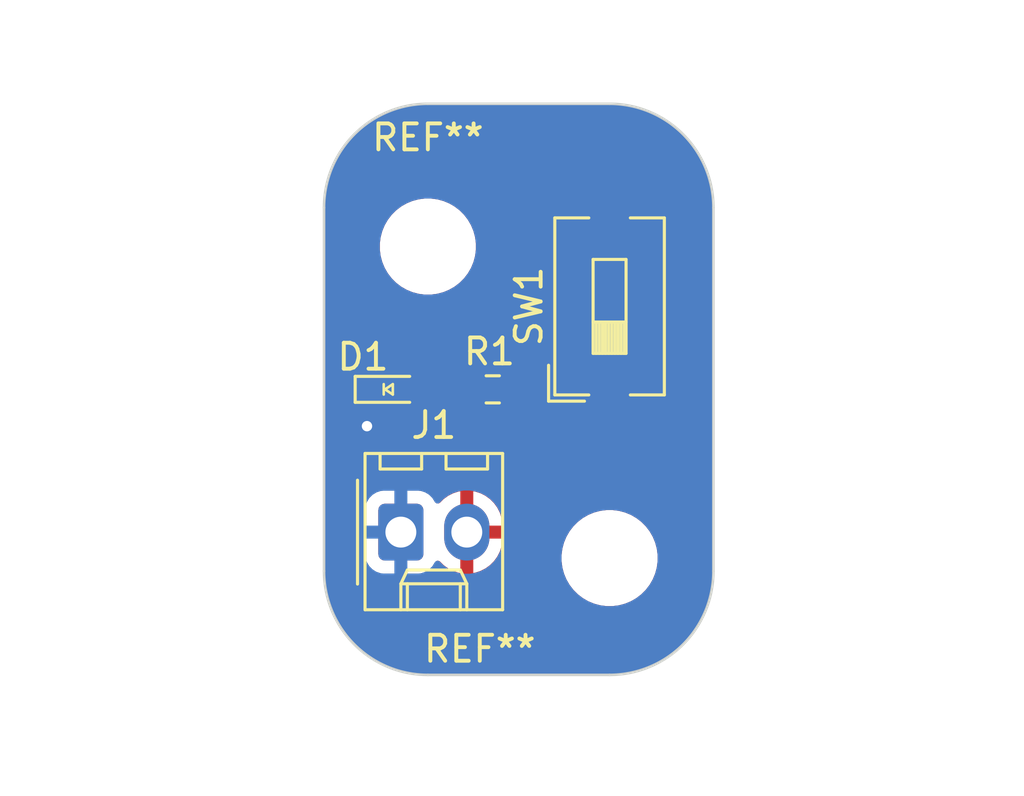
<source format=kicad_pcb>
(kicad_pcb (version 20240108) (generator "pcbnew") (generator_version "8.0")
  (title_block (title "prog1") (date "2025-09-12") (rev "1.0") (company "Illini Solar Car") (comment 1 "Designed By: Saahil Verma"))
  (layers (0 "F.Cu" signal) (31 "B.Cu" signal) (34 "B.Paste" user) (35 "F.Paste" user) (36 "B.SilkS" user "B.Silkscreen") (37 "F.SilkS" user "F.Silkscreen") (38 "B.Mask" user) (39 "F.Mask" user) (44 "Edge.Cuts" user))
  (net 0 "")
  (net 1 "Net-(D1-A)")
  (net 2 "GND")
  (net 3 "+3V3")
  (net 4 "Net-(R1-Pad1)")
  (footprint "MountingHole:MountingHole_3.2mm_M3" (layer "F.Cu") (at 117 104.5)
    (property "Reference" "REF**" (at -5 3.5 0) (layer "F.SilkS"))
    (property "Value" "MountingHole_3.2mm_M3")
    (pad "" np_thru_hole circle (at 0 0) (size 3.2 3.2) (drill 3.2) (layers "*.Cu" "*.Mask"))
  )
  (footprint "MountingHole:MountingHole_3.2mm_M3" (layer "F.Cu") (at 110 92.5)
    (property "Reference" "REF**" (at 0 -4.2 0) (layer "F.SilkS"))
    (property "Value" "MountingHole_3.2mm_M3")
    (pad "" np_thru_hole circle (at 0 0) (size 3.2 3.2) (drill 3.2) (layers "*.Cu" "*.Mask"))
  )
  (footprint "Resistor_SMD:R_0603_1608Metric_Pad0.98x0.95mm_HandSolder" (layer "F.Cu") (at 112.5 98 180)
    (property "Reference" "R1" (at 0.1304 1.4546 360) (layer "F.SilkS"))
    (property "Value" "105")
    (fp_line (start -0.254724 0.5225) (end 0.254724 0.5225) (stroke (width 0.12)) (layer "F.SilkS"))
    (fp_line (start -0.254724 -0.5225) (end 0.254724 -0.5225) (stroke (width 0.12)) (layer "F.SilkS"))
    (pad "1" smd roundrect (at -0.9125 0 180) (size 0.975 0.95) (layers "F.Cu" "F.Paste" "F.Mask") (net 4 "Net-(R1-Pad1)"))
    (pad "2" smd roundrect (at 0.9125 0 180) (size 0.975 0.95) (layers "F.Cu" "F.Paste" "F.Mask") (net 1 "Net-(D1-A)"))
  )
  (footprint "Connector_Molex:Molex_KK-254_AE-6410-02A_1x02_P2.54mm_Vertical" (layer "F.Cu") (at 108.96 103.5)
    (property "Reference" "J1" (at 1.27 -4.12 0) (layer "F.SilkS"))
    (property "Value" "Conn_01x02")
    (fp_line (start -1.67 -2) (end -1.67 2) (stroke (width 0.12)) (layer "F.SilkS"))
    (fp_line (start -1.38 -3.03) (end -1.38 2.99) (stroke (width 0.12)) (layer "F.SilkS"))
    (fp_line (start -1.38 2.99) (end 3.92 2.99) (stroke (width 0.12)) (layer "F.SilkS"))
    (fp_line (start -0.8 -3.03) (end -0.8 -2.43) (stroke (width 0.12)) (layer "F.SilkS"))
    (fp_line (start -0.8 -2.43) (end 0.8 -2.43) (stroke (width 0.12)) (layer "F.SilkS"))
    (fp_line (start 0 1.99) (end 0.25 1.46) (stroke (width 0.12)) (layer "F.SilkS"))
    (fp_line (start 0 1.99) (end 2.54 1.99) (stroke (width 0.12)) (layer "F.SilkS"))
    (fp_line (start 0 2.99) (end 0 1.99) (stroke (width 0.12)) (layer "F.SilkS"))
    (fp_line (start 0.25 1.46) (end 2.29 1.46) (stroke (width 0.12)) (layer "F.SilkS"))
    (fp_line (start 0.25 2.99) (end 0.25 1.99) (stroke (width 0.12)) (layer "F.SilkS"))
    (fp_line (start 0.8 -2.43) (end 0.8 -3.03) (stroke (width 0.12)) (layer "F.SilkS"))
    (fp_line (start 1.74 -3.03) (end 1.74 -2.43) (stroke (width 0.12)) (layer "F.SilkS"))
    (fp_line (start 1.74 -2.43) (end 3.34 -2.43) (stroke (width 0.12)) (layer "F.SilkS"))
    (fp_line (start 2.29 1.46) (end 2.54 1.99) (stroke (width 0.12)) (layer "F.SilkS"))
    (fp_line (start 2.29 2.99) (end 2.29 1.99) (stroke (width 0.12)) (layer "F.SilkS"))
    (fp_line (start 2.54 1.99) (end 2.54 2.99) (stroke (width 0.12)) (layer "F.SilkS"))
    (fp_line (start 3.34 -2.43) (end 3.34 -3.03) (stroke (width 0.12)) (layer "F.SilkS"))
    (fp_line (start 3.92 -3.03) (end -1.38 -3.03) (stroke (width 0.12)) (layer "F.SilkS"))
    (fp_line (start 3.92 2.99) (end 3.92 -3.03) (stroke (width 0.12)) (layer "F.SilkS"))
    (pad "1" thru_hole roundrect (at 0 0) (size 1.74 2.19) (drill 1.19) (layers "*.Cu" "*.Mask") (roundrect_rratio 0.143678) (net 2 "GND"))
    (pad "2" thru_hole oval (at 2.54 0) (size 1.74 2.19) (drill 1.19) (layers "*.Cu" "*.Mask") (net 3 "+3V3"))
  )
  (footprint "Button_Switch_SMD:SW_DIP_SPSTx01_Slide_6.7x4.1mm_W8.61mm_P2.54mm_LowProfile" (layer "F.Cu") (at 117 94.805 90)
    (property "Reference" "SW1" (at 0 -3.11 90) (layer "F.SilkS"))
    (property "Value" "SW_Push")
    (fp_line (start -3.65 -2.35) (end -2.267 -2.35) (stroke (width 0.12)) (layer "F.SilkS"))
    (fp_line (start -3.65 -2.35) (end -3.65 -0.967) (stroke (width 0.12)) (layer "F.SilkS"))
    (fp_line (start 3.41 -2.11) (end 3.41 -0.8) (stroke (width 0.12)) (layer "F.SilkS"))
    (fp_line (start -3.41 -2.11) (end 3.41 -2.11) (stroke (width 0.12)) (layer "F.SilkS"))
    (fp_line (start -3.41 -2.11) (end -3.41 -0.8) (stroke (width 0.12)) (layer "F.SilkS"))
    (fp_line (start 1.81 -0.635) (end -1.81 -0.635) (stroke (width 0.12)) (layer "F.SilkS"))
    (fp_line (start -0.603333 -0.635) (end -0.603333 0.635) (stroke (width 0.12)) (layer "F.SilkS"))
    (fp_line (start -1.81 -0.635) (end -1.81 0.635) (stroke (width 0.12)) (layer "F.SilkS"))
    (fp_line (start -1.81 -0.515) (end -0.603333 -0.515) (stroke (width 0.12)) (layer "F.SilkS"))
    (fp_line (start -1.81 -0.395) (end -0.603333 -0.395) (stroke (width 0.12)) (layer "F.SilkS"))
    (fp_line (start -1.81 -0.275) (end -0.603333 -0.275) (stroke (width 0.12)) (layer "F.SilkS"))
    (fp_line (start -1.81 -0.155) (end -0.603333 -0.155) (stroke (width 0.12)) (layer "F.SilkS"))
    (fp_line (start -1.81 -0.035) (end -0.603333 -0.035) (stroke (width 0.12)) (layer "F.SilkS"))
    (fp_line (start -1.81 0.085) (end -0.603333 0.085) (stroke (width 0.12)) (layer "F.SilkS"))
    (fp_line (start -1.81 0.205) (end -0.603333 0.205) (stroke (width 0.12)) (layer "F.SilkS"))
    (fp_line (start -1.81 0.325) (end -0.603333 0.325) (stroke (width 0.12)) (layer "F.SilkS"))
    (fp_line (start -1.81 0.445) (end -0.603333 0.445) (stroke (width 0.12)) (layer "F.SilkS"))
    (fp_line (start -1.81 0.565) (end -0.603333 0.565) (stroke (width 0.12)) (layer "F.SilkS"))
    (fp_line (start 1.81 0.635) (end 1.81 -0.635) (stroke (width 0.12)) (layer "F.SilkS"))
    (fp_line (start -1.81 0.635) (end 1.81 0.635) (stroke (width 0.12)) (layer "F.SilkS"))
    (fp_line (start 3.41 0.8) (end 3.41 2.11) (stroke (width 0.12)) (layer "F.SilkS"))
    (fp_line (start -3.41 0.8) (end -3.41 2.11) (stroke (width 0.12)) (layer "F.SilkS"))
    (fp_line (start -3.41 2.11) (end 3.41 2.11) (stroke (width 0.12)) (layer "F.SilkS"))
    (pad "1" smd rect (at -4.305 0 90) (size 2.44 1.12) (layers "F.Cu" "F.Paste" "F.Mask") (net 3 "+3V3"))
    (pad "2" smd rect (at 4.305 0 90) (size 2.44 1.12) (layers "F.Cu" "F.Paste" "F.Mask") (net 4 "Net-(R1-Pad1)"))
  )
  (footprint "layout:LED_0603_Symbol_on_F.SilkS" (layer "F.Cu") (at 108.5 98)
    (property "Reference" "D1" (at -1 -1.25 0) (layer "F.SilkS"))
    (property "Value" "LED_RED")
    (fp_line (start -1.3 -0.5) (end -1.3 0.5) (stroke (width 0.12)) (layer "F.SilkS"))
    (fp_line (start -1.3 -0.5) (end 0.8 -0.5) (stroke (width 0.12)) (layer "F.SilkS"))
    (fp_line (start -1.3 0.5) (end 0.8 0.5) (stroke (width 0.12)) (layer "F.SilkS"))
    (fp_line (start -0.2 -0.2) (end -0.2 0.2) (stroke (width 0.1)) (layer "F.SilkS"))
    (fp_line (start -0.15 0) (end 0.15 -0.2) (stroke (width 0.1)) (layer "F.SilkS"))
    (fp_line (start 0.15 -0.2) (end 0.15 0.2) (stroke (width 0.1)) (layer "F.SilkS"))
    (fp_line (start 0.15 0.2) (end -0.15 0) (stroke (width 0.1)) (layer "F.SilkS"))
    (pad "1" smd rect (at -0.8 0 180) (size 0.8 0.8) (layers "F.Cu" "F.Paste" "F.Mask") (net 2 "GND"))
    (pad "2" smd rect (at 0.8 0 180) (size 0.8 0.8) (layers "F.Cu" "F.Paste" "F.Mask") (net 1 "Net-(D1-A)"))
  )
  (gr_arc (start 120.999998 105) (mid 119.828426 107.828426) (end 117 108.999998) (stroke (width 0.1)) (layer "Edge.Cuts"))
  (gr_line (start 117 87.000002) (end 110 87.000002) (stroke (width 0.1)) (layer "Edge.Cuts"))
  (gr_arc (start 106.000002 91) (mid 107.171574 88.171574) (end 110 87.000002) (stroke (width 0.1)) (layer "Edge.Cuts"))
  (gr_arc (start 117 87.000002) (mid 119.828426 88.171574) (end 120.999998 91) (stroke (width 0.1)) (layer "Edge.Cuts"))
  (gr_line (start 110 108.999998) (end 117 108.999998) (stroke (width 0.1)) (layer "Edge.Cuts"))
  (gr_line (start 120.999998 105) (end 120.999998 91) (stroke (width 0.1)) (layer "Edge.Cuts"))
  (gr_arc (start 110 108.999998) (mid 107.171574 107.828426) (end 106.000002 105) (stroke (width 0.1)) (layer "Edge.Cuts"))
  (gr_line (start 106.000002 91) (end 106.000002 105) (stroke (width 0.1)) (layer "Edge.Cuts"))
  (segment (start 111.5875 98) (end 109.3 98) (width 0.25) (layer "F.Cu") (net 1))
  (segment (start 107.7 99.372597) (end 107.6548 99.417797) (width 0.25) (layer "F.Cu") (net 2))
  (segment (start 107.7 98) (end 107.7 99.372597) (width 0.25) (layer "F.Cu") (net 2))
  (via (at 107.6548 99.417797) (size 0.8) (drill 0.4) (layers "F.Cu" "B.Cu") (net 2))
  (segment (start 113.9952 92.0496) (end 113.9952 96.2914) (width 0.25) (layer "F.Cu") (net 4))
  (segment (start 117 90.5) (end 115.5448 90.5) (width 0.25) (layer "F.Cu") (net 4))
  (segment (start 113.4125 96.8741) (end 113.4125 98) (width 0.25) (layer "F.Cu") (net 4))
  (segment (start 115.5448 90.5) (end 113.9952 92.0496) (width 0.25) (layer "F.Cu") (net 4))
  (segment (start 113.9952 96.2914) (end 113.4125 96.8741) (width 0.25) (layer "F.Cu") (net 4))
  (zone (net 3) (net_name "+3V3") (layer "F.Cu") (connect_pads (clearance 0.508)) (min_thickness 0.25) (fill yes (thermal_gap 0.5) (thermal_bridge_width 0.5))
    (polygon (pts (xy 106 87) (xy 121 87) (xy 121 109) (xy 106 109)))
  )
  (zone (net 2) (net_name "GND") (layer "B.Cu") (priority 1) (connect_pads (clearance 0.508)) (min_thickness 0.25) (fill yes (thermal_gap 0.5) (thermal_bridge_width 0.5))
    (polygon (pts (xy 106 87) (xy 121 87) (xy 121 109) (xy 106 109)))
  )
)
</source>
